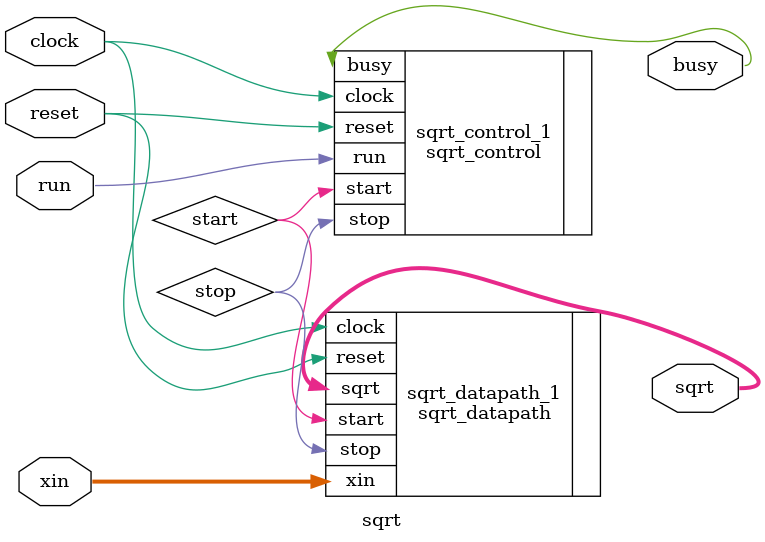
<source format=v>
/*

Square root sequential calculator
 
jca@fe.up.pt, Nov 2018 - May 2022

	This Verilog code is property of University of Porto
	Its utilization beyond the scope of the course Digital Systems Design
	(Projeto de Sistemas Digitais) of the Master in Electrical 
	and Computer Engineering requires explicit authorization from the author.
 
*/

module sqrt(
					input clock,		//master clock
					input reset,		//synch reset, active high
					input run,		    //start a new sqrt
					output busy,			// busy, high while sqrt is running
					input [31:0] xin,		// input argument, 32 bit unsigned
					output [15:0] sqrt	    // square root
				);

wire start, stop;

// Controller:
sqrt_control  sqrt_control_1(
					.clock( clock ),		//master clock
					.reset( reset ),		//synch reset, active high
					.run( run ),		    //start a new sqrt
					.busy( busy ),		    //high while sqrt is running
					.start( start ),		//control to datapath
					.stop( stop )	        //control to datapath
				);
				
// Datapath:
sqrt_datapath  sqrt_datapath_1(
					.clock( clock ),		//master clock
					.reset( reset ),		//synch reset, active high
					.start( start ),		//start a new sqrt
					.stop( stop ),			//load output register
					.xin( xin ),		    // argument
					.sqrt( sqrt )	        // Square root
				);
				
endmodule

</source>
